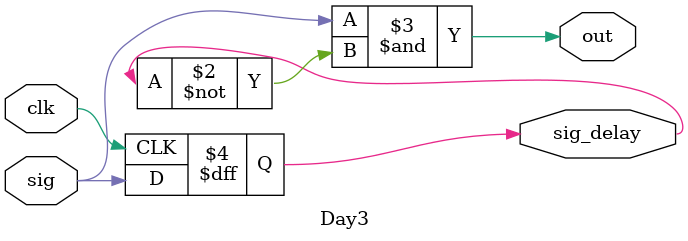
<source format=v>
module Day3(sig,clk,out,sig_delay);
input sig;
input clk;
output out;
 output reg sig_delay;
always @(posedge clk)
begin
sig_delay <= sig;
end
assign out = sig & ~sig_delay;
endmodule

</source>
